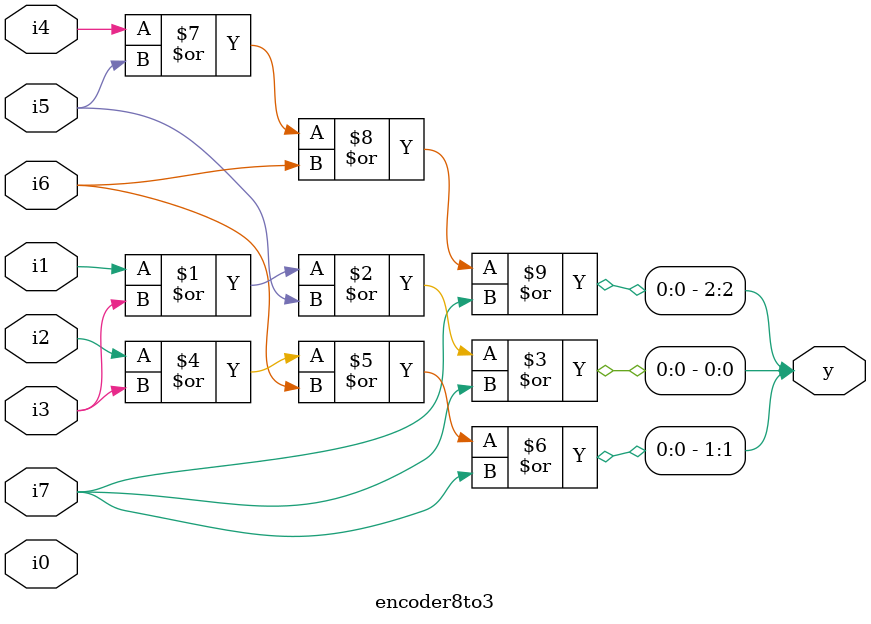
<source format=v>
`timescale 1ns / 1ps
module encoder8to3(
    input i7,
    input i6,
    input i5,
    input i4,
    input i3,
    input i2,
    input i1,
    input i0,
    output [2:0]y
    );
or o1(y[0],i1,i3,i5,i7);
or o2(y[1],i2,i3,i6,i7);
or o3(y[2],i4,i5,i6,i7);


endmodule

</source>
